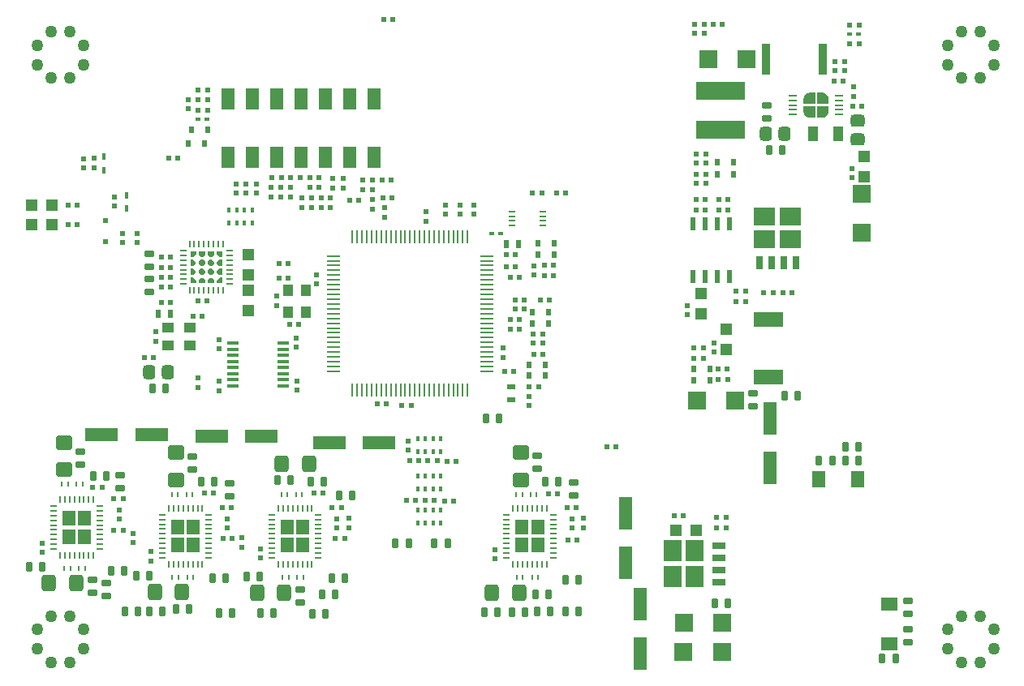
<source format=gtp>
G04 Layer_Color=8421504*
%FSLAX25Y25*%
%MOIN*%
G70*
G01*
G75*
%ADD158R,0.08898X0.07520*%
%ADD159R,0.07520X0.08898*%
%ADD160R,0.05276X0.06181*%
%ADD161R,0.03816X0.00981*%
G04:AMPARAMS|DCode=162|XSize=20mil|YSize=22mil|CornerRadius=3.4mil|HoleSize=0mil|Usage=FLASHONLY|Rotation=180.000|XOffset=0mil|YOffset=0mil|HoleType=Round|Shape=RoundedRectangle|*
%AMROUNDEDRECTD162*
21,1,0.02000,0.01520,0,0,180.0*
21,1,0.01320,0.02200,0,0,180.0*
1,1,0.00680,-0.00660,0.00760*
1,1,0.00680,0.00660,0.00760*
1,1,0.00680,0.00660,-0.00760*
1,1,0.00680,-0.00660,-0.00760*
%
%ADD162ROUNDEDRECTD162*%
%ADD163R,0.02600X0.05400*%
%ADD164R,0.05400X0.02600*%
%ADD165R,0.02950X0.00981*%
G04:AMPARAMS|DCode=166|XSize=20mil|YSize=22mil|CornerRadius=3.4mil|HoleSize=0mil|Usage=FLASHONLY|Rotation=270.000|XOffset=0mil|YOffset=0mil|HoleType=Round|Shape=RoundedRectangle|*
%AMROUNDEDRECTD166*
21,1,0.02000,0.01520,0,0,270.0*
21,1,0.01320,0.02200,0,0,270.0*
1,1,0.00680,-0.00760,-0.00660*
1,1,0.00680,-0.00760,0.00660*
1,1,0.00680,0.00760,0.00660*
1,1,0.00680,0.00760,-0.00660*
%
%ADD166ROUNDEDRECTD166*%
G04:AMPARAMS|DCode=167|XSize=27.13mil|YSize=37.37mil|CornerRadius=4.83mil|HoleSize=0mil|Usage=FLASHONLY|Rotation=180.000|XOffset=0mil|YOffset=0mil|HoleType=Round|Shape=RoundedRectangle|*
%AMROUNDEDRECTD167*
21,1,0.02713,0.02772,0,0,180.0*
21,1,0.01748,0.03737,0,0,180.0*
1,1,0.00965,-0.00874,0.01386*
1,1,0.00965,0.00874,0.01386*
1,1,0.00965,0.00874,-0.01386*
1,1,0.00965,-0.00874,-0.01386*
%
%ADD167ROUNDEDRECTD167*%
G04:AMPARAMS|DCode=168|XSize=27.13mil|YSize=37.37mil|CornerRadius=4.83mil|HoleSize=0mil|Usage=FLASHONLY|Rotation=270.000|XOffset=0mil|YOffset=0mil|HoleType=Round|Shape=RoundedRectangle|*
%AMROUNDEDRECTD168*
21,1,0.02713,0.02772,0,0,270.0*
21,1,0.01748,0.03737,0,0,270.0*
1,1,0.00965,-0.01386,-0.00874*
1,1,0.00965,-0.01386,0.00874*
1,1,0.00965,0.01386,0.00874*
1,1,0.00965,0.01386,-0.00874*
%
%ADD168ROUNDEDRECTD168*%
%ADD169R,0.05312X0.13186*%
%ADD170R,0.13186X0.05312*%
G04:AMPARAMS|DCode=171|XSize=50mil|YSize=58mil|CornerRadius=12mil|HoleSize=0mil|Usage=FLASHONLY|Rotation=0.000|XOffset=0mil|YOffset=0mil|HoleType=Round|Shape=RoundedRectangle|*
%AMROUNDEDRECTD171*
21,1,0.05000,0.03400,0,0,0.0*
21,1,0.02600,0.05800,0,0,0.0*
1,1,0.02400,0.01300,-0.01700*
1,1,0.02400,-0.01300,-0.01700*
1,1,0.02400,-0.01300,0.01700*
1,1,0.02400,0.01300,0.01700*
%
%ADD171ROUNDEDRECTD171*%
G04:AMPARAMS|DCode=172|XSize=50mil|YSize=58mil|CornerRadius=12mil|HoleSize=0mil|Usage=FLASHONLY|Rotation=270.000|XOffset=0mil|YOffset=0mil|HoleType=Round|Shape=RoundedRectangle|*
%AMROUNDEDRECTD172*
21,1,0.05000,0.03400,0,0,270.0*
21,1,0.02600,0.05800,0,0,270.0*
1,1,0.02400,-0.01700,-0.01300*
1,1,0.02400,-0.01700,0.01300*
1,1,0.02400,0.01700,0.01300*
1,1,0.02400,0.01700,-0.01300*
%
%ADD172ROUNDEDRECTD172*%
%ADD173R,0.04131X0.06493*%
%ADD174R,0.01965X0.01768*%
G04:AMPARAMS|DCode=175|XSize=61mil|YSize=69mil|CornerRadius=14.75mil|HoleSize=0mil|Usage=FLASHONLY|Rotation=180.000|XOffset=0mil|YOffset=0mil|HoleType=Round|Shape=RoundedRectangle|*
%AMROUNDEDRECTD175*
21,1,0.06100,0.03950,0,0,180.0*
21,1,0.03150,0.06900,0,0,180.0*
1,1,0.02950,-0.01575,0.01975*
1,1,0.02950,0.01575,0.01975*
1,1,0.02950,0.01575,-0.01975*
1,1,0.02950,-0.01575,-0.01975*
%
%ADD175ROUNDEDRECTD175*%
G04:AMPARAMS|DCode=176|XSize=61mil|YSize=69mil|CornerRadius=14.75mil|HoleSize=0mil|Usage=FLASHONLY|Rotation=90.000|XOffset=0mil|YOffset=0mil|HoleType=Round|Shape=RoundedRectangle|*
%AMROUNDEDRECTD176*
21,1,0.06100,0.03950,0,0,90.0*
21,1,0.03150,0.06900,0,0,90.0*
1,1,0.02950,0.01975,0.01575*
1,1,0.02950,0.01975,-0.01575*
1,1,0.02950,-0.01975,-0.01575*
1,1,0.02950,-0.01975,0.01575*
%
%ADD176ROUNDEDRECTD176*%
%ADD177R,0.01800X0.02400*%
%ADD178R,0.03343X0.12792*%
G04:AMPARAMS|DCode=179|XSize=9.02mil|YSize=29.5mil|CornerRadius=3.41mil|HoleSize=0mil|Usage=FLASHONLY|Rotation=180.000|XOffset=0mil|YOffset=0mil|HoleType=Round|Shape=RoundedRectangle|*
%AMROUNDEDRECTD179*
21,1,0.00902,0.02268,0,0,180.0*
21,1,0.00220,0.02950,0,0,180.0*
1,1,0.00682,-0.00110,0.01134*
1,1,0.00682,0.00110,0.01134*
1,1,0.00682,0.00110,-0.01134*
1,1,0.00682,-0.00110,-0.01134*
%
%ADD179ROUNDEDRECTD179*%
G04:AMPARAMS|DCode=180|XSize=9.02mil|YSize=29.5mil|CornerRadius=3.41mil|HoleSize=0mil|Usage=FLASHONLY|Rotation=270.000|XOffset=0mil|YOffset=0mil|HoleType=Round|Shape=RoundedRectangle|*
%AMROUNDEDRECTD180*
21,1,0.00902,0.02268,0,0,270.0*
21,1,0.00220,0.02950,0,0,270.0*
1,1,0.00682,-0.01134,-0.00110*
1,1,0.00682,-0.01134,0.00110*
1,1,0.00682,0.01134,0.00110*
1,1,0.00682,0.01134,-0.00110*
%
%ADD180ROUNDEDRECTD180*%
%ADD181R,0.04800X0.01300*%
%ADD182R,0.01000X0.05800*%
%ADD183R,0.05800X0.01000*%
%ADD184C,0.05000*%
%ADD185R,0.02200X0.05800*%
%ADD186R,0.04600X0.04600*%
%ADD187R,0.03265X0.02438*%
%ADD188R,0.02438X0.03265*%
%ADD189R,0.06887X0.05233*%
%ADD190R,0.05233X0.06887*%
%ADD191R,0.05000X0.04000*%
%ADD192R,0.02162X0.02950*%
%ADD193R,0.00984X0.01968*%
%ADD194R,0.07700X0.07700*%
%ADD195R,0.01800X0.02600*%
%ADD196R,0.07700X0.07700*%
%ADD197R,0.12400X0.06100*%
%ADD198R,0.02200X0.02200*%
%ADD199R,0.04600X0.04600*%
%ADD200R,0.04000X0.05000*%
%ADD201R,0.19879X0.07615*%
%ADD202O,0.00784X0.03146*%
%ADD203O,0.03146X0.00784*%
%ADD204R,0.05706X0.08973*%
G36*
X86169Y169327D02*
X84890D01*
X83906Y170311D01*
Y171197D01*
X84791Y172083D01*
X86169D01*
Y169327D01*
D02*
G37*
G36*
X82823Y171098D02*
Y170311D01*
X81839Y169327D01*
X81051D01*
X80165Y170213D01*
Y171197D01*
X80953Y171984D01*
X81937D01*
X82823Y171098D01*
D02*
G37*
G36*
X78984Y171197D02*
Y170213D01*
X78197Y169425D01*
X77213D01*
X76327Y170311D01*
Y171098D01*
X77311Y172083D01*
X78098D01*
X78984Y171197D01*
D02*
G37*
G36*
X82823Y174839D02*
Y174051D01*
X81839Y173067D01*
X81051D01*
X80165Y173953D01*
Y174937D01*
X80953Y175724D01*
X81937D01*
X82823Y174839D01*
D02*
G37*
G36*
X75244Y174839D02*
Y173953D01*
X74358Y173067D01*
X72980D01*
Y175823D01*
X74260D01*
X75244Y174839D01*
D02*
G37*
G36*
X79083Y167311D02*
Y165980D01*
X76327D01*
Y167269D01*
X77317Y168244D01*
X78135D01*
X79083Y167311D01*
D02*
G37*
G36*
X75441Y167161D02*
Y165980D01*
X72980D01*
Y168441D01*
X74161D01*
X75441Y167161D01*
D02*
G37*
G36*
X82823Y167311D02*
Y165980D01*
X80067D01*
Y167269D01*
X81058Y168244D01*
X81875D01*
X82823Y167311D01*
D02*
G37*
G36*
X75244Y171092D02*
Y170275D01*
X74311Y169327D01*
X72980D01*
Y172083D01*
X74269D01*
X75244Y171092D01*
D02*
G37*
G36*
X86169Y165980D02*
X83709D01*
Y167161D01*
X84988Y168441D01*
X86169D01*
Y165980D01*
D02*
G37*
G36*
X329650Y234114D02*
X327232D01*
X326738Y234212D01*
X326272Y234405D01*
X325853Y234685D01*
X325497Y235042D01*
X325217Y235461D01*
X325024Y235927D01*
X324925Y236421D01*
Y236673D01*
Y238839D01*
X329650D01*
Y234114D01*
D02*
G37*
G36*
X82823Y177881D02*
X81832Y176906D01*
X81015D01*
X80067Y177839D01*
Y179169D01*
X82823D01*
Y177881D01*
D02*
G37*
G36*
X335161Y236673D02*
Y236421D01*
X335063Y235927D01*
X334870Y235461D01*
X334590Y235042D01*
X334234Y234685D01*
X333815Y234405D01*
X333349Y234212D01*
X332854Y234114D01*
X330437D01*
Y238839D01*
X335161D01*
Y236673D01*
D02*
G37*
G36*
X333349Y244252D02*
X333815Y244059D01*
X334234Y243779D01*
X334590Y243423D01*
X334870Y243004D01*
X335063Y242538D01*
X335161Y242043D01*
Y241791D01*
Y239626D01*
X330437D01*
Y244350D01*
X332854D01*
X333349Y244252D01*
D02*
G37*
G36*
X329650Y239626D02*
X324925D01*
Y241791D01*
Y242043D01*
X325024Y242538D01*
X325217Y243004D01*
X325497Y243423D01*
X325853Y243779D01*
X326272Y244059D01*
X326738Y244252D01*
X327232Y244350D01*
X329650D01*
Y239626D01*
D02*
G37*
G36*
X78984Y174937D02*
Y173953D01*
X78197Y173165D01*
X77213D01*
X76327Y174051D01*
Y174839D01*
X77311Y175823D01*
X78098D01*
X78984Y174937D01*
D02*
G37*
G36*
X86169Y173067D02*
X84881D01*
X83906Y174057D01*
Y174875D01*
X84839Y175823D01*
X86169D01*
Y173067D01*
D02*
G37*
G36*
X75441Y177988D02*
X74161Y176709D01*
X72980D01*
Y179169D01*
X75441D01*
Y177988D01*
D02*
G37*
G36*
X79083Y177881D02*
X78092Y176906D01*
X77275D01*
X76327Y177839D01*
Y179169D01*
X79083D01*
Y177881D01*
D02*
G37*
G36*
X86169Y176709D02*
X84988D01*
X83709Y177988D01*
Y179169D01*
X86169D01*
Y176709D01*
D02*
G37*
G54D158*
X308869Y193466D02*
D03*
X319507Y193462D02*
D03*
X319507Y184206D02*
D03*
X308869Y184210D02*
D03*
G54D159*
X280298Y45424D02*
D03*
X280302Y56061D02*
D03*
X271046Y56061D02*
D03*
X271042Y45424D02*
D03*
G54D160*
X23105Y61897D02*
D03*
X29566Y69265D02*
D03*
X23109Y69262D02*
D03*
X29565Y61896D02*
D03*
X74303Y58296D02*
D03*
X67847Y65662D02*
D03*
X74304Y65665D02*
D03*
X67843Y58297D02*
D03*
X112843D02*
D03*
X119304Y65665D02*
D03*
X112847Y65662D02*
D03*
X119303Y58296D02*
D03*
X215703D02*
D03*
X209246Y65662D02*
D03*
X215704Y65665D02*
D03*
X209243Y58297D02*
D03*
G54D161*
X320595Y243169D02*
D03*
Y241201D02*
D03*
Y239232D02*
D03*
Y237264D02*
D03*
Y235295D02*
D03*
X339492Y243169D02*
D03*
Y241201D02*
D03*
Y239232D02*
D03*
Y237264D02*
D03*
Y235295D02*
D03*
G54D162*
X301065Y162775D02*
D03*
X297275D02*
D03*
X293645Y130675D02*
D03*
X289875D02*
D03*
X231945Y60575D02*
D03*
X228175D02*
D03*
X220075Y79575D02*
D03*
X223845D02*
D03*
X227805Y73875D02*
D03*
X231575D02*
D03*
X132575Y60975D02*
D03*
X136345D02*
D03*
X123775Y79675D02*
D03*
X127545D02*
D03*
X135075Y73875D02*
D03*
X131305D02*
D03*
X90145Y60975D02*
D03*
X86375D02*
D03*
X78775Y79675D02*
D03*
X82545D02*
D03*
X86143Y73775D02*
D03*
X89913D02*
D03*
X337475Y249175D02*
D03*
X341245D02*
D03*
X206405Y159175D02*
D03*
X210175D02*
D03*
X161767Y76619D02*
D03*
X165537D02*
D03*
X166932Y92958D02*
D03*
X163162D02*
D03*
X169543Y76619D02*
D03*
X173312D02*
D03*
X174413Y92958D02*
D03*
X170642D02*
D03*
X181118Y76521D02*
D03*
X177348D02*
D03*
X178448Y92859D02*
D03*
X182218D02*
D03*
X206575Y177775D02*
D03*
X202805D02*
D03*
X220445Y159075D02*
D03*
X216675D02*
D03*
X208199Y168504D02*
D03*
X204429D02*
D03*
X113767Y149095D02*
D03*
X117537D02*
D03*
X79810Y158754D02*
D03*
X76040D02*
D03*
X77975Y152275D02*
D03*
X74205D02*
D03*
X61175Y176875D02*
D03*
X64945D02*
D03*
X109405Y168225D02*
D03*
X113175D02*
D03*
X61175Y164475D02*
D03*
X64945D02*
D03*
X54205Y135575D02*
D03*
X57975D02*
D03*
X159966Y115754D02*
D03*
X163736D02*
D03*
X206624Y172638D02*
D03*
X202854D02*
D03*
X45345Y64575D02*
D03*
X41575D02*
D03*
X32975Y82175D02*
D03*
X36745D02*
D03*
X41605Y77375D02*
D03*
X45375D02*
D03*
X247875Y98775D02*
D03*
X244105D02*
D03*
X156245Y274575D02*
D03*
X152475D02*
D03*
X287875Y272375D02*
D03*
X291645D02*
D03*
X61175Y158075D02*
D03*
X64945D02*
D03*
X67800Y217500D02*
D03*
X64010D02*
D03*
X76200Y241400D02*
D03*
X79990D02*
D03*
X76200Y245500D02*
D03*
X79990D02*
D03*
X80000Y237200D02*
D03*
X76210D02*
D03*
X301065Y158475D02*
D03*
X297275D02*
D03*
X343875Y264575D02*
D03*
X347665D02*
D03*
X347675Y271975D02*
D03*
X343885D02*
D03*
X289875Y126375D02*
D03*
X293665D02*
D03*
X212285Y123575D02*
D03*
X216075D02*
D03*
X206375Y155375D02*
D03*
X210165D02*
D03*
X279875Y135175D02*
D03*
X283665D02*
D03*
X283675Y139275D02*
D03*
X279885D02*
D03*
X142275Y200175D02*
D03*
X138485D02*
D03*
X118090Y209400D02*
D03*
X114300D02*
D03*
X153445Y116375D02*
D03*
X149675D02*
D03*
X109405Y174075D02*
D03*
X113175D02*
D03*
X227175Y203175D02*
D03*
X223405D02*
D03*
X143905Y204275D02*
D03*
X147675D02*
D03*
X125770Y205300D02*
D03*
X122000D02*
D03*
X122675Y201075D02*
D03*
X118905D02*
D03*
X126730Y201100D02*
D03*
X130500D02*
D03*
X143930Y208400D02*
D03*
X147700D02*
D03*
X152100Y201100D02*
D03*
X155870D02*
D03*
X110400Y209300D02*
D03*
X106630D02*
D03*
X345085Y238675D02*
D03*
X348875D02*
D03*
X290000Y200300D02*
D03*
X293790D02*
D03*
X218475Y173375D02*
D03*
X222265D02*
D03*
X61185Y172575D02*
D03*
X64975D02*
D03*
Y168475D02*
D03*
X61185D02*
D03*
X320275Y162075D02*
D03*
X316485D02*
D03*
X308585D02*
D03*
X312375D02*
D03*
X293075Y65475D02*
D03*
X289285D02*
D03*
Y69675D02*
D03*
X293075D02*
D03*
X271775Y70275D02*
D03*
X275565D02*
D03*
X213985Y136875D02*
D03*
X217775D02*
D03*
X26575Y189975D02*
D03*
X22785D02*
D03*
X222265Y169175D02*
D03*
X218475D02*
D03*
X284490Y200300D02*
D03*
X280700D02*
D03*
X293800Y196000D02*
D03*
X290010D02*
D03*
X280710D02*
D03*
X284500D02*
D03*
X151800Y208300D02*
D03*
X155590D02*
D03*
X126710Y197000D02*
D03*
X130500D02*
D03*
X118875Y197075D02*
D03*
X122665D02*
D03*
X122010Y209300D02*
D03*
X125800D02*
D03*
X217375Y202975D02*
D03*
X213585D02*
D03*
X26600Y198075D02*
D03*
X22810D02*
D03*
X205975Y129725D02*
D03*
X202185D02*
D03*
X208175Y151125D02*
D03*
X204385D02*
D03*
X208175Y147025D02*
D03*
X204385D02*
D03*
G54D163*
X306688Y174313D02*
D03*
X311688D02*
D03*
X316688D02*
D03*
X321688D02*
D03*
G54D164*
X290195Y58242D02*
D03*
Y53242D02*
D03*
Y48243D02*
D03*
Y43242D02*
D03*
G54D165*
X205201Y195553D02*
D03*
Y193584D02*
D03*
Y191616D02*
D03*
Y189647D02*
D03*
X217799Y195553D02*
D03*
Y193584D02*
D03*
Y191616D02*
D03*
Y189647D02*
D03*
G54D166*
X284775Y215425D02*
D03*
Y219195D02*
D03*
X198275Y52805D02*
D03*
Y56575D02*
D03*
X229775Y65475D02*
D03*
Y69245D02*
D03*
X101875Y53005D02*
D03*
Y56775D02*
D03*
X133275Y69245D02*
D03*
Y65475D02*
D03*
X56775Y51905D02*
D03*
Y55675D02*
D03*
X88275Y65475D02*
D03*
Y69245D02*
D03*
X45028Y186475D02*
D03*
Y182705D02*
D03*
X84842Y142815D02*
D03*
Y139045D02*
D03*
X116634Y139635D02*
D03*
Y143405D02*
D03*
X116732Y122139D02*
D03*
Y125909D02*
D03*
X84941Y125620D02*
D03*
Y121851D02*
D03*
X169875Y191505D02*
D03*
Y195275D02*
D03*
X108375Y160645D02*
D03*
Y156875D02*
D03*
X58875Y142205D02*
D03*
Y145975D02*
D03*
X29275Y213475D02*
D03*
Y217245D02*
D03*
X201575Y139302D02*
D03*
Y135532D02*
D03*
X124875Y169545D02*
D03*
Y165775D02*
D03*
X43675Y69075D02*
D03*
Y72845D02*
D03*
X12175Y55305D02*
D03*
Y59075D02*
D03*
X72100Y237700D02*
D03*
Y241490D02*
D03*
X76100Y126990D02*
D03*
Y123200D02*
D03*
X280775Y219215D02*
D03*
Y215425D02*
D03*
X280100Y268610D02*
D03*
Y272400D02*
D03*
X284100Y268610D02*
D03*
Y272400D02*
D03*
X213875Y141385D02*
D03*
Y145175D02*
D03*
X284825Y206975D02*
D03*
Y210765D02*
D03*
X135725Y205185D02*
D03*
Y208975D02*
D03*
X177875Y198145D02*
D03*
Y194375D02*
D03*
X183675Y194475D02*
D03*
Y198245D02*
D03*
X189375D02*
D03*
Y194475D02*
D03*
X114300Y201500D02*
D03*
Y205270D02*
D03*
X152775Y193205D02*
D03*
Y196975D02*
D03*
X131625Y205205D02*
D03*
Y208975D02*
D03*
X100000Y203100D02*
D03*
Y206870D02*
D03*
X95900Y203100D02*
D03*
Y206870D02*
D03*
X234575Y69275D02*
D03*
Y65485D02*
D03*
X138075D02*
D03*
Y69275D02*
D03*
X94075Y61275D02*
D03*
Y57485D02*
D03*
X341675Y257165D02*
D03*
Y253375D02*
D03*
X337675Y253385D02*
D03*
Y257175D02*
D03*
X345475Y242885D02*
D03*
Y246675D02*
D03*
X214275Y173165D02*
D03*
Y169375D02*
D03*
X212275Y115775D02*
D03*
Y119565D02*
D03*
X217975Y141385D02*
D03*
Y145175D02*
D03*
X147975Y200265D02*
D03*
Y196475D02*
D03*
X51028Y182676D02*
D03*
Y186465D02*
D03*
X277275Y156765D02*
D03*
Y152975D02*
D03*
X288275Y137675D02*
D03*
Y141465D02*
D03*
X344650Y209460D02*
D03*
Y213250D02*
D03*
X41872Y197596D02*
D03*
Y201386D02*
D03*
X33375Y217265D02*
D03*
Y213475D02*
D03*
X49475Y63175D02*
D03*
Y59385D02*
D03*
X280725Y206975D02*
D03*
Y210765D02*
D03*
X91900Y206900D02*
D03*
Y203110D02*
D03*
X106200Y201510D02*
D03*
Y205300D02*
D03*
X110300D02*
D03*
Y201510D02*
D03*
X162400Y97300D02*
D03*
Y101090D02*
D03*
G54D167*
X214798Y37975D02*
D03*
X220152D02*
D03*
X193898Y30675D02*
D03*
X199252D02*
D03*
X210552D02*
D03*
X205198D02*
D03*
X220852Y30975D02*
D03*
X215498D02*
D03*
X227098D02*
D03*
X232452D02*
D03*
X224152Y84275D02*
D03*
X218798D02*
D03*
X227198Y44075D02*
D03*
X232552D02*
D03*
X95998Y45475D02*
D03*
X101352D02*
D03*
X127098Y38175D02*
D03*
X132452D02*
D03*
X108698Y85075D02*
D03*
X114052D02*
D03*
X162652Y58975D02*
D03*
X157298D02*
D03*
X178652Y59175D02*
D03*
X173298D02*
D03*
X134098Y78675D02*
D03*
X139452D02*
D03*
X122498Y84375D02*
D03*
X127852D02*
D03*
X136552Y44775D02*
D03*
X131198D02*
D03*
X77598Y84375D02*
D03*
X82952D02*
D03*
X87352Y44675D02*
D03*
X81998D02*
D03*
X72352Y31975D02*
D03*
X66998D02*
D03*
X56252Y45675D02*
D03*
X50898D02*
D03*
X90052Y30475D02*
D03*
X84698D02*
D03*
X101698Y30575D02*
D03*
X107052D02*
D03*
X122998Y30175D02*
D03*
X128352D02*
D03*
X347352Y98775D02*
D03*
X341998D02*
D03*
X331298Y93175D02*
D03*
X336652D02*
D03*
X341998D02*
D03*
X347352D02*
D03*
X316052Y220675D02*
D03*
X310698D02*
D03*
X357298Y11775D02*
D03*
X362652D02*
D03*
X322352Y119675D02*
D03*
X316998D02*
D03*
X293852Y34375D02*
D03*
X288498D02*
D03*
X32998Y86875D02*
D03*
X38352D02*
D03*
X45952Y47875D02*
D03*
X40598D02*
D03*
X12252Y49475D02*
D03*
X6898D02*
D03*
X46020Y30975D02*
D03*
X51375D02*
D03*
X61452D02*
D03*
X56098D02*
D03*
X199752Y110475D02*
D03*
X194398D02*
D03*
X62702Y122675D02*
D03*
X57348D02*
D03*
G54D168*
X215475Y94952D02*
D03*
Y89598D02*
D03*
X230375Y84252D02*
D03*
Y78898D02*
D03*
X118175Y34898D02*
D03*
Y40252D02*
D03*
X73875Y94852D02*
D03*
Y89498D02*
D03*
X89175Y83852D02*
D03*
Y78498D02*
D03*
X304275Y120652D02*
D03*
Y115298D02*
D03*
X367675Y18298D02*
D03*
Y23652D02*
D03*
Y30098D02*
D03*
Y35452D02*
D03*
X309875Y233798D02*
D03*
Y239152D02*
D03*
X32875Y44152D02*
D03*
Y38798D02*
D03*
X38575Y37398D02*
D03*
Y42752D02*
D03*
X27875Y96752D02*
D03*
Y91398D02*
D03*
X44275Y81898D02*
D03*
Y87252D02*
D03*
X56075Y172897D02*
D03*
Y178252D02*
D03*
X56075Y162398D02*
D03*
Y167752D02*
D03*
G54D169*
X257875Y34211D02*
D03*
Y13739D02*
D03*
X251975Y71411D02*
D03*
Y50939D02*
D03*
X311075Y110411D02*
D03*
Y89939D02*
D03*
G54D170*
X130002Y100475D02*
D03*
X150475D02*
D03*
X81839Y103175D02*
D03*
X102311D02*
D03*
X36639Y103675D02*
D03*
X57111D02*
D03*
G54D171*
X309635Y227575D02*
D03*
X317175D02*
D03*
X63815Y129575D02*
D03*
X56275D02*
D03*
G54D172*
X347075Y225175D02*
D03*
Y232715D02*
D03*
G54D173*
X339291Y227475D02*
D03*
X328858D02*
D03*
G54D174*
X76230Y233400D02*
D03*
X79970D02*
D03*
X196755Y186575D02*
D03*
X200495D02*
D03*
X343805Y268275D02*
D03*
X347545D02*
D03*
G54D175*
X196875Y38775D02*
D03*
X208073D02*
D03*
X100375Y38675D02*
D03*
X111573D02*
D03*
X110476Y91775D02*
D03*
X121675D02*
D03*
X58375Y39075D02*
D03*
X69573D02*
D03*
X14975Y42675D02*
D03*
X26173D02*
D03*
G54D176*
X208775Y85176D02*
D03*
Y96375D02*
D03*
X67075Y85176D02*
D03*
Y96375D02*
D03*
X21075Y89376D02*
D03*
Y100575D02*
D03*
G54D177*
X175872Y67324D02*
D03*
X172722D02*
D03*
X169547D02*
D03*
X166347D02*
D03*
Y72682D02*
D03*
X169547D02*
D03*
X172722D02*
D03*
X175872D02*
D03*
Y86658D02*
D03*
X172722D02*
D03*
X169547D02*
D03*
X166347D02*
D03*
Y81301D02*
D03*
X169547D02*
D03*
X172722D02*
D03*
X175872D02*
D03*
Y96852D02*
D03*
X172722D02*
D03*
X169547D02*
D03*
X166347D02*
D03*
Y102209D02*
D03*
X169547D02*
D03*
X172722D02*
D03*
X175872D02*
D03*
X98327Y196161D02*
D03*
X95177D02*
D03*
X92002D02*
D03*
X88802D02*
D03*
Y190804D02*
D03*
X92002D02*
D03*
X95177D02*
D03*
X98327D02*
D03*
G54D178*
X309461Y258075D02*
D03*
X332689D02*
D03*
G54D179*
X72675Y163126D02*
D03*
X74575D02*
D03*
X76575D02*
D03*
X78575D02*
D03*
X80559D02*
D03*
X82528D02*
D03*
X84496D02*
D03*
X86465D02*
D03*
Y182075D02*
D03*
X84496D02*
D03*
X82528D02*
D03*
X80559D02*
D03*
X78575D02*
D03*
X76575D02*
D03*
X74575D02*
D03*
X72675D02*
D03*
G54D180*
X89024Y165685D02*
D03*
Y167654D02*
D03*
Y169622D02*
D03*
Y171591D02*
D03*
Y173575D02*
D03*
Y175575D02*
D03*
Y177575D02*
D03*
Y179475D02*
D03*
X70075D02*
D03*
Y177575D02*
D03*
Y175575D02*
D03*
Y173575D02*
D03*
Y171591D02*
D03*
Y169622D02*
D03*
Y167654D02*
D03*
Y165685D02*
D03*
G54D181*
X90551Y138829D02*
D03*
X111087Y133829D02*
D03*
X90551Y141329D02*
D03*
Y136329D02*
D03*
Y133829D02*
D03*
X111087Y136329D02*
D03*
X111087Y131279D02*
D03*
X111087Y128779D02*
D03*
X90551D02*
D03*
X111087Y123779D02*
D03*
X90551Y131279D02*
D03*
Y126279D02*
D03*
X111087D02*
D03*
X90551Y123779D02*
D03*
X111087Y138829D02*
D03*
Y141329D02*
D03*
G54D182*
X186953Y185071D02*
D03*
X184953D02*
D03*
X182954D02*
D03*
X181053D02*
D03*
X179053D02*
D03*
X177053D02*
D03*
X175154D02*
D03*
X173153D02*
D03*
X171153D02*
D03*
X169254D02*
D03*
X167253D02*
D03*
X165253D02*
D03*
X163253D02*
D03*
X161285D02*
D03*
X159317D02*
D03*
X157348D02*
D03*
X155379D02*
D03*
X153411D02*
D03*
X151443D02*
D03*
X149474D02*
D03*
X147505D02*
D03*
X145537D02*
D03*
X143569D02*
D03*
X141600D02*
D03*
X139631D02*
D03*
Y122075D02*
D03*
X141600D02*
D03*
X143569D02*
D03*
X145537D02*
D03*
X147505D02*
D03*
X149474D02*
D03*
X151443D02*
D03*
X153411D02*
D03*
X155379D02*
D03*
X157348D02*
D03*
X159317D02*
D03*
X161285D02*
D03*
X163253D02*
D03*
X165253D02*
D03*
X167253D02*
D03*
X169254D02*
D03*
X171153D02*
D03*
X173153D02*
D03*
X175154D02*
D03*
X177053D02*
D03*
X179053D02*
D03*
X181053D02*
D03*
X182954D02*
D03*
X184953D02*
D03*
X186953D02*
D03*
G54D183*
X131757Y177197D02*
D03*
Y175228D02*
D03*
Y173260D02*
D03*
Y171291D02*
D03*
Y169323D02*
D03*
Y167354D02*
D03*
Y165386D02*
D03*
Y163417D02*
D03*
Y161449D02*
D03*
Y159480D02*
D03*
Y157512D02*
D03*
Y155543D02*
D03*
Y153575D02*
D03*
Y151575D02*
D03*
Y149575D02*
D03*
Y147575D02*
D03*
Y145675D02*
D03*
Y143675D02*
D03*
Y141675D02*
D03*
Y139775D02*
D03*
Y137775D02*
D03*
Y135775D02*
D03*
Y133875D02*
D03*
Y131875D02*
D03*
Y129875D02*
D03*
X194754D02*
D03*
Y131875D02*
D03*
Y133875D02*
D03*
Y135775D02*
D03*
Y137775D02*
D03*
Y139775D02*
D03*
Y141675D02*
D03*
Y143675D02*
D03*
Y145675D02*
D03*
Y147575D02*
D03*
Y149575D02*
D03*
Y151575D02*
D03*
Y153575D02*
D03*
Y155543D02*
D03*
Y157512D02*
D03*
Y159480D02*
D03*
Y161449D02*
D03*
Y163417D02*
D03*
Y165386D02*
D03*
Y167354D02*
D03*
Y169323D02*
D03*
Y171291D02*
D03*
Y173260D02*
D03*
Y175228D02*
D03*
Y177197D02*
D03*
G54D184*
X403150Y15748D02*
D03*
Y23622D02*
D03*
X397638Y29134D02*
D03*
X389764D02*
D03*
X384252Y23622D02*
D03*
Y15748D02*
D03*
X389764Y10236D02*
D03*
X397638D02*
D03*
X403150Y255906D02*
D03*
Y263779D02*
D03*
X397638Y269291D02*
D03*
X389764D02*
D03*
X384252Y263779D02*
D03*
Y255906D02*
D03*
X389764Y250394D02*
D03*
X397638D02*
D03*
X29134Y255906D02*
D03*
Y263779D02*
D03*
X23622Y269291D02*
D03*
X15748D02*
D03*
X10236Y263779D02*
D03*
Y255906D02*
D03*
X15748Y250394D02*
D03*
X23622D02*
D03*
X29134Y15748D02*
D03*
Y23622D02*
D03*
X23622Y29134D02*
D03*
X15748D02*
D03*
X10236Y23622D02*
D03*
Y15748D02*
D03*
X15748Y10236D02*
D03*
X23622D02*
D03*
G54D185*
X279375Y168690D02*
D03*
X284375D02*
D03*
X294375D02*
D03*
X279375Y190417D02*
D03*
X284375D02*
D03*
X294375D02*
D03*
X289375Y168690D02*
D03*
Y190417D02*
D03*
G54D186*
X16209Y198075D02*
D03*
X7875D02*
D03*
X16209Y190075D02*
D03*
X7875D02*
D03*
X272441Y64575D02*
D03*
X280775D02*
D03*
G54D187*
X204875Y118057D02*
D03*
Y123293D02*
D03*
G54D188*
X202657Y182175D02*
D03*
X207893D02*
D03*
X59657Y153475D02*
D03*
X64893D02*
D03*
G54D189*
X360275Y33985D02*
D03*
Y17765D02*
D03*
G54D190*
X347285Y85375D02*
D03*
X331065D02*
D03*
G54D191*
X63847Y147775D02*
D03*
X72975D02*
D03*
Y140433D02*
D03*
X63847D02*
D03*
G54D192*
X220021Y154075D02*
D03*
X213328D02*
D03*
X215928Y182275D02*
D03*
X222621D02*
D03*
X215928Y177675D02*
D03*
X222621D02*
D03*
X220021Y149475D02*
D03*
X213328D02*
D03*
X212182Y127975D02*
D03*
X218875D02*
D03*
X212128Y132575D02*
D03*
X218821D02*
D03*
X289454Y210700D02*
D03*
X296146D02*
D03*
X279928Y126175D02*
D03*
X286621D02*
D03*
X279928Y130775D02*
D03*
X286621D02*
D03*
X289454Y215600D02*
D03*
X296146D02*
D03*
X72154Y223300D02*
D03*
X78847D02*
D03*
X73353Y229200D02*
D03*
X80046D02*
D03*
G54D193*
X209554Y44975D02*
D03*
X206995D02*
D03*
X215954D02*
D03*
X213395D02*
D03*
X209354Y79075D02*
D03*
X206795D02*
D03*
X215254D02*
D03*
X212695D02*
D03*
X113354Y45075D02*
D03*
X110795D02*
D03*
X119454D02*
D03*
X116895D02*
D03*
X116395Y79175D02*
D03*
X118954D02*
D03*
X110395D02*
D03*
X112954D02*
D03*
X68154Y45175D02*
D03*
X65595D02*
D03*
X74254D02*
D03*
X71695D02*
D03*
X67954Y79175D02*
D03*
X65395D02*
D03*
X73954D02*
D03*
X71395D02*
D03*
X23654Y48775D02*
D03*
X21095D02*
D03*
X29754D02*
D03*
X27195D02*
D03*
X26195Y83375D02*
D03*
X28754D02*
D03*
X20095D02*
D03*
X22654D02*
D03*
G54D194*
X301475Y258075D02*
D03*
X285701D02*
D03*
X275646Y26342D02*
D03*
X291421D02*
D03*
X275556Y14357D02*
D03*
X291330D02*
D03*
X281075Y117875D02*
D03*
X296849D02*
D03*
G54D195*
X46892Y202143D02*
D03*
Y196632D02*
D03*
X37575Y217931D02*
D03*
Y212419D02*
D03*
G54D196*
X348675Y202675D02*
D03*
Y186901D02*
D03*
G54D197*
X310508Y151094D02*
D03*
Y127383D02*
D03*
G54D198*
X37992Y191831D02*
D03*
Y183100D02*
D03*
G54D199*
X96850Y177657D02*
D03*
Y169324D02*
D03*
X96752Y154823D02*
D03*
Y163157D02*
D03*
X293275Y138741D02*
D03*
Y147075D02*
D03*
X282775Y153541D02*
D03*
Y161875D02*
D03*
X349875Y218109D02*
D03*
Y209775D02*
D03*
G54D200*
X112989Y154046D02*
D03*
Y163174D02*
D03*
X120331D02*
D03*
Y154046D02*
D03*
G54D201*
X290775Y229201D02*
D03*
Y244949D02*
D03*
G54D202*
X19447Y77096D02*
D03*
X21416D02*
D03*
X23384D02*
D03*
X25353D02*
D03*
X27321D02*
D03*
X29290D02*
D03*
X31258D02*
D03*
X33227D02*
D03*
Y54065D02*
D03*
X31258D02*
D03*
X29290D02*
D03*
X27321D02*
D03*
X25353D02*
D03*
X23384D02*
D03*
X21416D02*
D03*
X19447D02*
D03*
X64185Y50465D02*
D03*
X66154D02*
D03*
X68122D02*
D03*
X70091D02*
D03*
X72059D02*
D03*
X74028D02*
D03*
X75996D02*
D03*
X77965D02*
D03*
Y73496D02*
D03*
X75996D02*
D03*
X74028D02*
D03*
X72059D02*
D03*
X70091D02*
D03*
X68122D02*
D03*
X66154D02*
D03*
X64185D02*
D03*
X109185D02*
D03*
X111153D02*
D03*
X113122D02*
D03*
X115091D02*
D03*
X117059D02*
D03*
X119028D02*
D03*
X120996D02*
D03*
X122965D02*
D03*
Y50465D02*
D03*
X120996D02*
D03*
X119028D02*
D03*
X117059D02*
D03*
X115091D02*
D03*
X113122D02*
D03*
X111153D02*
D03*
X109185D02*
D03*
X205585D02*
D03*
X207554D02*
D03*
X209522D02*
D03*
X211491D02*
D03*
X213459D02*
D03*
X215428D02*
D03*
X217396D02*
D03*
X219365D02*
D03*
Y73496D02*
D03*
X217396D02*
D03*
X215428D02*
D03*
X213459D02*
D03*
X211491D02*
D03*
X209522D02*
D03*
X207554D02*
D03*
X205585D02*
D03*
G54D203*
X35884Y74439D02*
D03*
Y72470D02*
D03*
Y70502D02*
D03*
Y68533D02*
D03*
Y66565D02*
D03*
Y64596D02*
D03*
Y62628D02*
D03*
Y60659D02*
D03*
Y58691D02*
D03*
Y56722D02*
D03*
X16790D02*
D03*
Y58691D02*
D03*
Y60659D02*
D03*
Y62628D02*
D03*
Y64596D02*
D03*
Y66565D02*
D03*
Y68533D02*
D03*
Y70502D02*
D03*
Y72470D02*
D03*
Y74439D02*
D03*
X61528Y70839D02*
D03*
Y68870D02*
D03*
Y66902D02*
D03*
Y64933D02*
D03*
Y62965D02*
D03*
Y60996D02*
D03*
Y59028D02*
D03*
Y57059D02*
D03*
Y55090D02*
D03*
Y53122D02*
D03*
X80622D02*
D03*
Y55090D02*
D03*
Y57059D02*
D03*
Y59028D02*
D03*
Y60996D02*
D03*
Y62965D02*
D03*
Y64933D02*
D03*
Y66902D02*
D03*
Y68870D02*
D03*
Y70839D02*
D03*
X125622D02*
D03*
Y68870D02*
D03*
Y66902D02*
D03*
Y64933D02*
D03*
Y62965D02*
D03*
Y60996D02*
D03*
Y59028D02*
D03*
Y57059D02*
D03*
Y55090D02*
D03*
Y53122D02*
D03*
X106528D02*
D03*
Y55090D02*
D03*
Y57059D02*
D03*
Y59028D02*
D03*
Y60996D02*
D03*
Y62965D02*
D03*
Y64933D02*
D03*
Y66902D02*
D03*
Y68870D02*
D03*
Y70839D02*
D03*
X202928D02*
D03*
Y68870D02*
D03*
Y66902D02*
D03*
Y64933D02*
D03*
Y62965D02*
D03*
Y60996D02*
D03*
Y59028D02*
D03*
Y57059D02*
D03*
Y55090D02*
D03*
Y53122D02*
D03*
X222022D02*
D03*
Y55090D02*
D03*
Y57059D02*
D03*
Y59028D02*
D03*
Y60996D02*
D03*
Y62965D02*
D03*
Y64933D02*
D03*
Y66902D02*
D03*
Y68870D02*
D03*
Y70839D02*
D03*
G54D204*
X148500Y241749D02*
D03*
Y217851D02*
D03*
X138500Y241749D02*
D03*
Y217851D02*
D03*
X128500Y241749D02*
D03*
Y217851D02*
D03*
X118500Y241749D02*
D03*
Y217851D02*
D03*
X108500Y241749D02*
D03*
Y217851D02*
D03*
X98500Y241749D02*
D03*
Y217851D02*
D03*
X88500Y241749D02*
D03*
Y217851D02*
D03*
M02*

</source>
